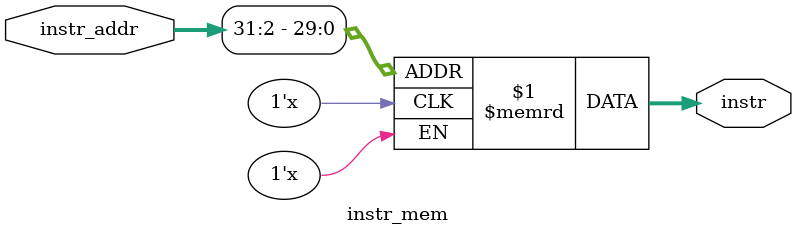
<source format=v>


module instr_mem #(parameter DATA_WIDTH = 32, ADDR_WIDTH = 32, MEM_SIZE = 512) (
    input       [ADDR_WIDTH-1:0] instr_addr,
    output      [DATA_WIDTH-1:0] instr
);

// array of 64 32-bit words or instructions
reg [DATA_WIDTH-1:0] instr_ram [0:MEM_SIZE-1];


// word-aligned memory access
// combinational read logic
assign instr = instr_ram[instr_addr[31:2]];

endmodule

</source>
